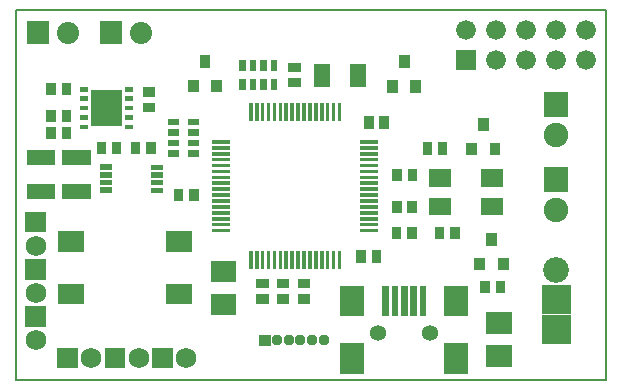
<source format=gbr>
G04 start of page 6 for group -4063 idx -4063 *
G04 Title: (unknown), componentmask *
G04 Creator: pcb 1.99z *
G04 CreationDate: Sun May  5 10:03:39 2013 UTC *
G04 For: matt *
G04 Format: Gerber/RS-274X *
G04 PCB-Dimensions (mil): 2165.35 1377.95 *
G04 PCB-Coordinate-Origin: lower left *
%MOIN*%
%FSLAX25Y25*%
%LNTOPMASK*%
%ADD107R,0.0119X0.0119*%
%ADD106R,0.0532X0.0532*%
%ADD105R,0.0218X0.0218*%
%ADD104R,0.0750X0.0750*%
%ADD103R,0.0809X0.0809*%
%ADD102R,0.0360X0.0360*%
%ADD101R,0.0592X0.0592*%
%ADD100R,0.0710X0.0710*%
%ADD99R,0.0120X0.0120*%
%ADD98R,0.0361X0.0361*%
%ADD97R,0.0225X0.0225*%
%ADD96R,0.1022X0.1022*%
%ADD95R,0.0677X0.0677*%
%ADD94R,0.0492X0.0492*%
%ADD93R,0.0180X0.0180*%
%ADD92R,0.0156X0.0156*%
%ADD91R,0.0315X0.0315*%
%ADD90C,0.0660*%
%ADD89C,0.0817*%
%ADD88C,0.0860*%
%ADD87C,0.0739*%
%ADD86C,0.0691*%
%ADD85C,0.0533*%
%ADD84C,0.0374*%
%ADD83C,0.0001*%
%ADD82C,0.0059*%
G54D82*X9843Y134488D02*Y11063D01*
X206693Y134488D02*Y11063D01*
X9843D02*X206693D01*
X9843Y134488D02*X206693D01*
G54D83*G36*
X91043Y26122D02*Y22382D01*
X94783D01*
Y26122D01*
X91043D01*
G37*
G54D84*X96850Y24252D03*
X100787D03*
X104724D03*
X108661D03*
X112598D03*
G54D85*X148031Y26811D03*
X130709D03*
G54D83*G36*
X23713Y21799D02*Y14894D01*
X30618D01*
Y21799D01*
X23713D01*
G37*
G54D86*X35039Y18346D03*
G54D83*G36*
X39461Y21799D02*Y14894D01*
X46366D01*
Y21799D01*
X39461D01*
G37*
G54D86*X50787Y18346D03*
G54D83*G36*
X13083Y67075D02*Y60169D01*
X19988D01*
Y67075D01*
X13083D01*
G37*
G36*
X13629Y130505D02*Y123117D01*
X21017D01*
Y130505D01*
X13629D01*
G37*
G54D87*X27323Y126811D03*
G54D83*G36*
X38039Y130505D02*Y123117D01*
X45426D01*
Y130505D01*
X38039D01*
G37*
G54D87*X51732Y126811D03*
G54D86*X16535Y55748D03*
G54D83*G36*
X13083Y51327D02*Y44421D01*
X19988D01*
Y51327D01*
X13083D01*
G37*
G54D86*X16535Y40000D03*
G54D83*G36*
X13083Y35579D02*Y28673D01*
X19988D01*
Y35579D01*
X13083D01*
G37*
G54D86*X16535Y24252D03*
G54D83*G36*
X55209Y21799D02*Y14894D01*
X62114D01*
Y21799D01*
X55209D01*
G37*
G54D86*X66535Y18346D03*
G54D83*G36*
X185200Y32595D02*Y22995D01*
X194800D01*
Y32595D01*
X185200D01*
G37*
G36*
Y42595D02*Y32995D01*
X194800D01*
Y42595D01*
X185200D01*
G37*
G54D88*X190000Y47795D03*
G54D89*Y67795D03*
G54D83*G36*
X185913Y81883D02*Y73708D01*
X194087D01*
Y81883D01*
X185913D01*
G37*
G36*
X156700Y121095D02*Y114495D01*
X163300D01*
Y121095D01*
X156700D01*
G37*
G54D90*X160000Y127795D03*
X170000Y117795D03*
Y127795D03*
X180000Y117795D03*
Y127795D03*
X190000Y117795D03*
Y127795D03*
X200000Y117795D03*
Y127795D03*
G54D83*G36*
X185913Y106883D02*Y98708D01*
X194087D01*
Y106883D01*
X185913D01*
G37*
G54D89*X190000Y92795D03*
G54D91*X43504Y88917D02*Y87933D01*
X38386Y88917D02*Y87933D01*
G54D92*X32087Y95315D02*X33268D01*
G54D93*X38978Y81973D02*X41178D01*
X38978Y79373D02*X41178D01*
X38978Y76873D02*X41178D01*
X38978Y74273D02*X41178D01*
G54D94*X27735Y73837D02*X32459D01*
X15924D02*X20648D01*
G54D91*X26772Y93838D02*Y92854D01*
X21654Y93838D02*Y92854D01*
G54D94*X27735Y85254D02*X32459D01*
X15924D02*X20648D01*
G54D95*X27362Y57126D02*X29331D01*
X27362Y39606D02*X29331D01*
G54D91*X21654Y108405D02*Y107421D01*
Y99547D02*Y98563D01*
X26772Y108405D02*Y107421D01*
Y99547D02*Y98563D01*
G54D92*X32087Y98465D02*X33268D01*
G54D96*X40157Y102402D02*Y100827D01*
G54D92*X32087Y101614D02*X33268D01*
X32087Y104764D02*X33268D01*
X32087Y107913D02*X33268D01*
X47047D02*X48228D01*
X47047Y104764D02*X48228D01*
X47047Y101614D02*X48228D01*
X47047Y98465D02*X48228D01*
X47047Y95315D02*X48228D01*
G54D91*X53839Y106929D02*X54823D01*
X53839Y101811D02*X54823D01*
G54D97*X61748Y96969D02*X63248D01*
G54D98*X69016Y109237D02*Y108637D01*
G54D91*X130118Y52697D02*Y51713D01*
X125000Y52697D02*Y51713D01*
G54D99*X107914Y53355D02*Y48457D01*
X109882Y53355D02*Y48457D01*
X111851Y53355D02*Y48457D01*
X113819Y53355D02*Y48457D01*
X115788Y53355D02*Y48457D01*
X117756Y53355D02*Y48457D01*
G54D91*X91634Y38032D02*X92618D01*
G54D100*X78534Y36075D02*X79734D01*
G54D91*X91634Y43150D02*X92618D01*
G54D100*X78534Y47075D02*X79734D01*
G54D91*X105414Y38032D02*X106398D01*
G54D99*X88229Y53355D02*Y48457D01*
X90197Y53355D02*Y48457D01*
X92166Y53355D02*Y48457D01*
X94134Y53355D02*Y48457D01*
X96103Y53355D02*Y48457D01*
X98071Y53355D02*Y48457D01*
X100040Y53355D02*Y48457D01*
G54D91*X98524Y38032D02*X99508D01*
X98524Y43150D02*X99508D01*
X105414D02*X106398D01*
G54D99*X102008Y53355D02*Y48457D01*
X103977Y53355D02*Y48457D01*
X105945Y53355D02*Y48457D01*
G54D91*X136890Y69153D02*Y68169D01*
X142008Y69153D02*Y68169D01*
G54D101*X150472Y68819D02*X152047D01*
G54D91*X136811Y60571D02*Y59587D01*
X141929Y60571D02*Y59587D01*
G54D99*X125228Y60828D02*X130126D01*
X125228Y62796D02*X130126D01*
X125228Y64765D02*X130126D01*
X125228Y66733D02*X130126D01*
X125228Y68702D02*X130126D01*
G54D91*X151181Y60571D02*Y59587D01*
X156299Y60571D02*Y59587D01*
G54D102*X168467Y58146D02*Y57546D01*
G54D101*X167795Y68819D02*X169370D01*
G54D102*X164567Y49946D02*Y49346D01*
G54D91*X166339Y42461D02*Y41477D01*
G54D103*X156693Y38425D02*Y36457D01*
G54D102*X172367Y49946D02*Y49346D01*
G54D91*X171457Y42461D02*Y41477D01*
G54D103*X156693Y19133D02*Y17165D01*
G54D104*X170266Y29949D02*X171466D01*
X170266Y18949D02*X171466D01*
G54D103*X122048Y38425D02*Y36457D01*
G54D105*X145670Y41378D02*Y33504D01*
G54D103*X122048Y19133D02*Y17165D01*
G54D105*X133070Y41378D02*Y33504D01*
X136220Y41378D02*Y33504D01*
X139370Y41378D02*Y33504D01*
X142520Y41378D02*Y33504D01*
G54D99*X125228Y70670D02*X130126D01*
X125228Y72639D02*X130126D01*
X125228Y74607D02*X130126D01*
X125228Y76576D02*X130126D01*
X125228Y78544D02*X130126D01*
X125228Y80513D02*X130126D01*
X125228Y82481D02*X130126D01*
X125228Y84450D02*X130126D01*
X125228Y86418D02*X130126D01*
G54D91*X137008Y79862D02*Y78878D01*
G54D99*X125228Y88387D02*X130126D01*
X125228Y90355D02*X130126D01*
X117755Y102725D02*Y97827D01*
X115787Y102725D02*Y97827D01*
X113818Y102725D02*Y97827D01*
X111850Y102725D02*Y97827D01*
X109881Y102725D02*Y97827D01*
X107913Y102725D02*Y97827D01*
G54D91*X127559Y97382D02*Y96398D01*
X132677Y97382D02*Y96398D01*
X102264Y110079D02*X103248D01*
X102264Y115197D02*X103248D01*
G54D99*X105944Y102725D02*Y97827D01*
X103976Y102725D02*Y97827D01*
X102007Y102725D02*Y97827D01*
X100039Y102725D02*Y97827D01*
X98070Y102725D02*Y97827D01*
G54D106*X112008Y113779D02*Y111417D01*
X123818Y113779D02*Y111417D01*
G54D98*X135433Y109198D02*Y108598D01*
X143233Y109198D02*Y108598D01*
X139333Y117398D02*Y116798D01*
G54D99*X96102Y102725D02*Y97827D01*
X94133Y102725D02*Y97827D01*
X92165Y102725D02*Y97827D01*
X90196Y102725D02*Y97827D01*
X88228Y102725D02*Y97827D01*
G54D97*X95945Y116638D02*Y115138D01*
X92445Y116638D02*Y115138D01*
X88945Y116638D02*Y115138D01*
X85445Y116638D02*Y115138D01*
Y110138D02*Y108638D01*
X88945Y110138D02*Y108638D01*
X92445Y110138D02*Y108638D01*
X95945Y110138D02*Y108638D01*
G54D91*X142126Y79862D02*Y78878D01*
G54D101*X150472Y78268D02*X152047D01*
G54D91*X147047Y88720D02*Y87736D01*
X152165Y88720D02*Y87736D01*
G54D102*X161811Y88331D02*Y87731D01*
X169611Y88331D02*Y87731D01*
X165711Y96531D02*Y95931D01*
G54D101*X167795Y78268D02*X169370D01*
G54D93*X55678Y74173D02*X57878D01*
X55678Y76773D02*X57878D01*
X55678Y79273D02*X57878D01*
G54D91*X64173Y73169D02*Y72185D01*
X69291Y73169D02*Y72185D01*
G54D93*X55678Y81873D02*X57878D01*
G54D91*X54921Y88917D02*Y87933D01*
X49803Y88917D02*Y87933D01*
G54D97*X61748Y93469D02*X63248D01*
X68248D02*X69748D01*
X68248Y96969D02*X69748D01*
X61748Y89969D02*X63248D01*
X61748Y86469D02*X63248D01*
X68248D02*X69748D01*
X68248Y89969D02*X69748D01*
G54D99*X75858Y90354D02*X80756D01*
X75858Y88386D02*X80756D01*
X75858Y86417D02*X80756D01*
X75858Y84449D02*X80756D01*
X75858Y82480D02*X80756D01*
X75858Y80512D02*X80756D01*
X75858Y78543D02*X80756D01*
X75858Y76575D02*X80756D01*
X75858Y74606D02*X80756D01*
G54D107*X75858Y72638D02*X80756D01*
G54D99*X75858Y70669D02*X80756D01*
X75858Y68701D02*X80756D01*
X75858Y66732D02*X80756D01*
X75858Y64764D02*X80756D01*
X75858Y62795D02*X80756D01*
X75858Y60827D02*X80756D01*
G54D95*X63189Y57126D02*X65157D01*
X63189Y39606D02*X65157D01*
G54D98*X76816Y109237D02*Y108637D01*
X72916Y117437D02*Y116837D01*
M02*

</source>
